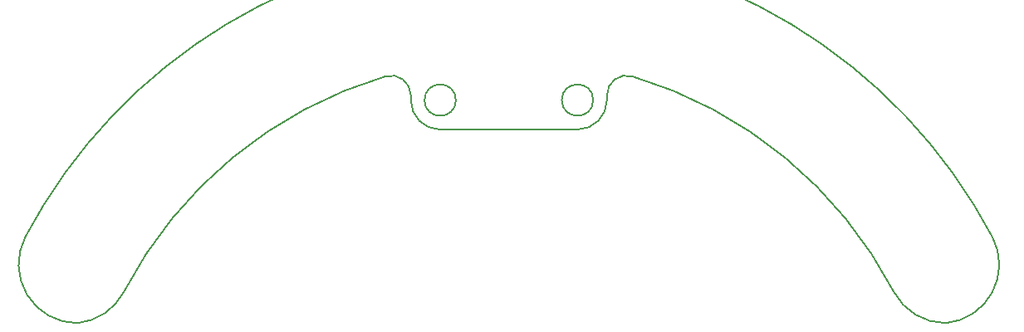
<source format=gbr>
%TF.GenerationSoftware,KiCad,Pcbnew,(6.0.4)*%
%TF.CreationDate,2022-09-17T01:55:58+09:00*%
%TF.ProjectId,robotrace_v1_Linesensor,726f626f-7472-4616-9365-5f76315f4c69,rev?*%
%TF.SameCoordinates,Original*%
%TF.FileFunction,Profile,NP*%
%FSLAX46Y46*%
G04 Gerber Fmt 4.6, Leading zero omitted, Abs format (unit mm)*
G04 Created by KiCad (PCBNEW (6.0.4)) date 2022-09-17 01:55:58*
%MOMM*%
%LPD*%
G01*
G04 APERTURE LIST*
%TA.AperFunction,Profile*%
%ADD10C,0.200000*%
%TD*%
G04 APERTURE END LIST*
D10*
X157567929Y-47572336D02*
G75*
G03*
X154999877Y-49489988I-568029J-1917664D01*
G01*
X101016930Y-72750060D02*
G75*
G03*
X105758404Y-69550830I-579430J5971960D01*
G01*
X134999917Y-49489988D02*
G75*
G03*
X132431830Y-47572354I-2000017J-12D01*
G01*
X184228461Y-69526143D02*
G75*
G03*
X189547604Y-72750018I5319139J2776143D01*
G01*
X184228477Y-69526135D02*
G75*
G03*
X157567924Y-47572354I-39228577J-20473865D01*
G01*
X137999877Y-53000018D02*
X151999877Y-53000018D01*
X154999877Y-50000018D02*
X154999877Y-49489988D01*
X95712535Y-63946044D02*
G75*
G03*
X101016926Y-72750018I5304365J-2804056D01*
G01*
X189547606Y-72750041D02*
G75*
G03*
X194302333Y-63974447I-551406J5974641D01*
G01*
X132431830Y-47572353D02*
G75*
G03*
X105758404Y-69550830I12568050J-42427667D01*
G01*
X134999882Y-50000018D02*
G75*
G03*
X137999877Y-53000018I3000018J18D01*
G01*
X139599877Y-50000018D02*
G75*
G03*
X139599877Y-50000018I-1600000J0D01*
G01*
X134999877Y-49489988D02*
X134999877Y-50000018D01*
X153599877Y-50000018D02*
G75*
G03*
X153599877Y-50000018I-1600000J0D01*
G01*
X151999877Y-52999977D02*
G75*
G03*
X154999877Y-50000018I23J2999977D01*
G01*
X194302333Y-63974447D02*
G75*
G03*
X95712449Y-63945998I-49302456J-26025571D01*
G01*
M02*

</source>
